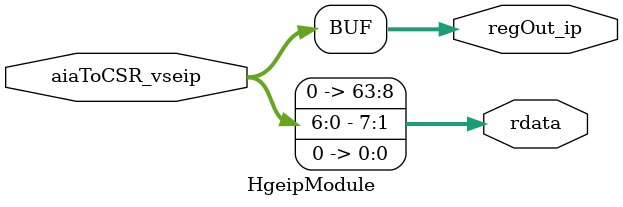
<source format=sv>
`ifndef RANDOMIZE
  `ifdef RANDOMIZE_MEM_INIT
    `define RANDOMIZE
  `endif // RANDOMIZE_MEM_INIT
`endif // not def RANDOMIZE
`ifndef RANDOMIZE
  `ifdef RANDOMIZE_REG_INIT
    `define RANDOMIZE
  `endif // RANDOMIZE_REG_INIT
`endif // not def RANDOMIZE

`ifndef RANDOM
  `define RANDOM $random
`endif // not def RANDOM

// Users can define INIT_RANDOM as general code that gets injected into the
// initializer block for modules with registers.
`ifndef INIT_RANDOM
  `define INIT_RANDOM
`endif // not def INIT_RANDOM

// If using random initialization, you can also define RANDOMIZE_DELAY to
// customize the delay used, otherwise 0.002 is used.
`ifndef RANDOMIZE_DELAY
  `define RANDOMIZE_DELAY 0.002
`endif // not def RANDOMIZE_DELAY

// Define INIT_RANDOM_PROLOG_ for use in our modules below.
`ifndef INIT_RANDOM_PROLOG_
  `ifdef RANDOMIZE
    `ifdef VERILATOR
      `define INIT_RANDOM_PROLOG_ `INIT_RANDOM
    `else  // VERILATOR
      `define INIT_RANDOM_PROLOG_ `INIT_RANDOM #`RANDOMIZE_DELAY begin end
    `endif // VERILATOR
  `else  // RANDOMIZE
    `define INIT_RANDOM_PROLOG_
  `endif // RANDOMIZE
`endif // not def INIT_RANDOM_PROLOG_

// Include register initializers in init blocks unless synthesis is set
`ifndef SYNTHESIS
  `ifndef ENABLE_INITIAL_REG_
    `define ENABLE_INITIAL_REG_
  `endif // not def ENABLE_INITIAL_REG_
`endif // not def SYNTHESIS

// Include rmemory initializers in init blocks unless synthesis is set
`ifndef SYNTHESIS
  `ifndef ENABLE_INITIAL_MEM_
    `define ENABLE_INITIAL_MEM_
  `endif // not def ENABLE_INITIAL_MEM_
`endif // not def SYNTHESIS

module HgeipModule(
  output [63:0] rdata,
  output [6:0]  regOut_ip,
  input  [6:0]  aiaToCSR_vseip
);

  assign rdata = {56'h0, aiaToCSR_vseip, 1'h0};
  assign regOut_ip = aiaToCSR_vseip;
endmodule


</source>
